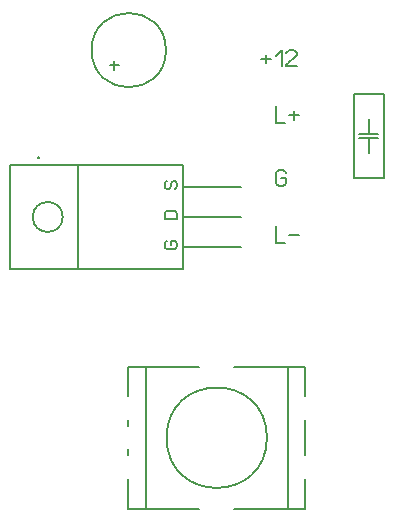
<source format=gto>
%FSLAX34Y34*%
%MOMM*%
%LNSILK_TOP*%
G71*
G01*
%ADD10C, 0.15*%
%ADD11C, 0.13*%
%ADD12C, 0.16*%
%ADD13C, 0.18*%
%ADD14C, 0.17*%
%LPD*%
G54D10*
X213965Y769635D02*
X67865Y769635D01*
X67865Y858435D01*
X213965Y858435D01*
X213965Y769635D01*
G54D10*
X124965Y769635D02*
X124965Y858435D01*
G54D10*
G75*
G01X112264Y814035D02*
G03X112264Y814035I-12700J0D01*
G01*
G54D10*
X214165Y788635D02*
X263165Y788635D01*
G54D10*
X214165Y813635D02*
X263165Y813635D01*
G54D10*
X214165Y839635D02*
X263165Y839635D01*
G54D11*
X203865Y790135D02*
X203865Y793335D01*
X207165Y793335D01*
X208465Y792535D01*
X209165Y790935D01*
X209165Y789335D01*
X208465Y787735D01*
X207165Y786935D01*
X200465Y786935D01*
X199165Y787735D01*
X198465Y789335D01*
X198465Y790935D01*
X199165Y792535D01*
X200465Y793335D01*
G54D11*
X209165Y812335D02*
X198465Y812335D01*
X198465Y816335D01*
X199165Y817935D01*
X200465Y818735D01*
X207165Y818735D01*
X208465Y817935D01*
X209165Y816335D01*
X209165Y812335D01*
G54D11*
X207165Y837735D02*
X208465Y838535D01*
X209165Y840135D01*
X209165Y841735D01*
X208465Y843335D01*
X207165Y844135D01*
X205865Y844135D01*
X204465Y843335D01*
X203865Y841735D01*
X203865Y840135D01*
X203165Y838535D01*
X201865Y837735D01*
X200465Y837735D01*
X199165Y838535D01*
X198465Y840135D01*
X198465Y841735D01*
X199165Y843335D01*
X200465Y844135D01*
G54D12*
X91670Y864185D02*
X91670Y864718D01*
X92114Y864718D01*
X92114Y864185D01*
X91670Y864185D01*
X91670Y864718D01*
G54D10*
X383900Y846850D02*
X358500Y846850D01*
X358500Y918450D01*
X383900Y918450D01*
X383900Y846850D01*
G54D10*
X379200Y881050D02*
X363200Y881050D01*
G54D10*
X379200Y884250D02*
X363200Y884250D01*
G54D10*
X371200Y868350D02*
X371200Y881050D01*
G54D10*
X371200Y884250D02*
X371200Y896950D01*
G54D13*
X280019Y947675D02*
X288552Y947675D01*
G54D13*
X284286Y951231D02*
X284286Y944120D01*
G54D13*
X292463Y950342D02*
X297796Y955675D01*
X297796Y941453D01*
G54D13*
X310240Y941453D02*
X301707Y941453D01*
X301707Y942342D01*
X302774Y944120D01*
X309174Y949453D01*
X310240Y951231D01*
X310240Y953009D01*
X309174Y954786D01*
X307040Y955675D01*
X304907Y955675D01*
X302774Y954786D01*
X301707Y953009D01*
G54D13*
X292719Y908050D02*
X292719Y893828D01*
X300186Y893828D01*
G54D13*
X304097Y900050D02*
X312630Y900050D01*
G54D13*
X308364Y903606D02*
X308364Y896495D01*
G54D13*
X296986Y846964D02*
X301252Y846964D01*
X301252Y842520D01*
X300186Y840742D01*
X298052Y839853D01*
X295919Y839853D01*
X293786Y840742D01*
X292719Y842520D01*
X292719Y851409D01*
X293786Y853186D01*
X295919Y854075D01*
X298052Y854075D01*
X300186Y853186D01*
X301252Y851409D01*
G54D13*
X292719Y806450D02*
X292719Y792228D01*
X300186Y792228D01*
G54D13*
X304097Y798450D02*
X312630Y798450D01*
G54D10*
X152006Y942576D02*
X159606Y942576D01*
G54D10*
X155806Y946376D02*
X155806Y938776D01*
G54D10*
G75*
G01X199661Y955276D02*
G03X199661Y955276I-31450J0D01*
G01*
G54D14*
G75*
G01X285178Y627161D02*
G03X285178Y627161I-42500J0D01*
G01*
G54D14*
X257678Y687161D02*
X317678Y687161D01*
X317678Y662161D01*
G54D14*
X317678Y642161D02*
X317678Y612161D01*
G54D14*
X317678Y592161D02*
X317678Y567161D01*
X257678Y567161D01*
G54D14*
X227678Y567161D02*
X167678Y567161D01*
X167678Y592161D01*
G54D14*
X167678Y612161D02*
X167678Y617161D01*
G54D14*
X167678Y637161D02*
X167678Y642161D01*
G54D14*
X167678Y662161D02*
X167678Y687161D01*
X227678Y687161D01*
G54D14*
X302678Y687161D02*
X302678Y567161D01*
G54D14*
X182678Y567161D02*
X182678Y687161D01*
M02*

</source>
